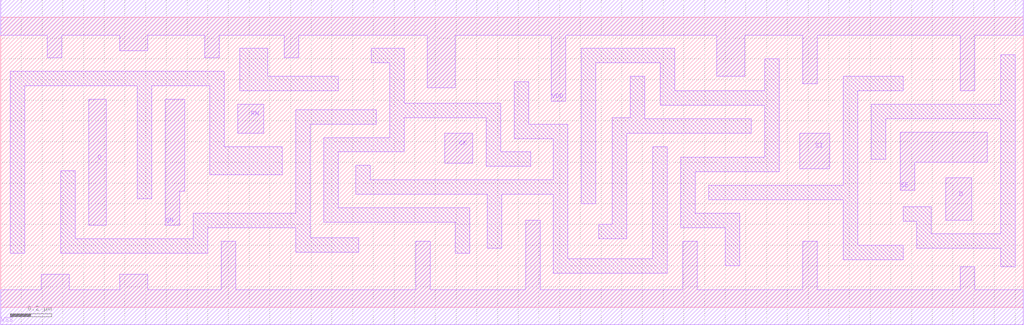
<source format=lef>
# 
# ******************************************************************************
# *                                                                            *
# *                   Copyright (C) 2004-2010, Nangate Inc.                    *
# *                           All rights reserved.                             *
# *                                                                            *
# * Nangate and the Nangate logo are trademarks of Nangate Inc.                *
# *                                                                            *
# * All trademarks, logos, software marks, and trade names (collectively the   *
# * "Marks") in this program are proprietary to Nangate or other respective    *
# * owners that have granted Nangate the right and license to use such Marks.  *
# * You are not permitted to use the Marks without the prior written consent   *
# * of Nangate or such third party that may own the Marks.                     *
# *                                                                            *
# * This file has been provided pursuant to a License Agreement containing     *
# * restrictions on its use. This file contains valuable trade secrets and     *
# * proprietary information of Nangate Inc., and is protected by U.S. and      *
# * international laws and/or treaties.                                        *
# *                                                                            *
# * The copyright notice(s) in this file does not indicate actual or intended  *
# * publication of this file.                                                  *
# *                                                                            *
# *     NGLibraryCreator, v2010.08-HR32-SP3-2010-08-05 - build 1009061800      *
# *                                                                            *
# ******************************************************************************
# 
# 
# Running on brazil06.nangate.com.br for user Giancarlo Franciscatto (gfr).
# Local time is now Fri, 3 Dec 2010, 19:32:18.
# Main process id is 27821.

VERSION 5.6 ;
BUSBITCHARS "[]" ;
DIVIDERCHAR "/" ;

MACRO SDFFR_X2
  CLASS core ;
  FOREIGN SDFFR_X2 0.0 0.0 ;
  ORIGIN 0 0 ;
  SYMMETRY X Y ;
  SITE FreePDK45_38x28_10R_NP_162NW_34O ;
  SIZE 4.94 BY 1.4 ;
  PIN D
    DIRECTION INPUT ;
    ANTENNAPARTIALMETALAREA 0.025625 LAYER metal1 ;
    ANTENNAPARTIALMETALSIDEAREA 0.0858 LAYER metal1 ;
    ANTENNAGATEAREA 0.03475 ;
    PORT
      LAYER metal1 ;
        POLYGON 4.565 0.42 4.69 0.42 4.69 0.625 4.565 0.625  ;
    END
  END D
  PIN RN
    DIRECTION INPUT ;
    ANTENNAPARTIALMETALAREA 0.0175 LAYER metal1 ;
    ANTENNAPARTIALMETALSIDEAREA 0.0689 LAYER metal1 ;
    ANTENNAGATEAREA 0.03525 ;
    PORT
      LAYER metal1 ;
        POLYGON 1.145 0.84 1.27 0.84 1.27 0.98 1.145 0.98  ;
    END
  END RN
  PIN SE
    DIRECTION INPUT ;
    ANTENNAPARTIALMETALAREA 0.07035 LAYER metal1 ;
    ANTENNAPARTIALMETALSIDEAREA 0.182 LAYER metal1 ;
    ANTENNAGATEAREA 0.05775 ;
    PORT
      LAYER metal1 ;
        POLYGON 4.345 0.565 4.415 0.565 4.415 0.7 4.765 0.7 4.765 0.845 4.345 0.845  ;
    END
  END SE
  PIN SI
    DIRECTION INPUT ;
    ANTENNAPARTIALMETALAREA 0.02465 LAYER metal1 ;
    ANTENNAPARTIALMETALSIDEAREA 0.0819 LAYER metal1 ;
    ANTENNAGATEAREA 0.02625 ;
    PORT
      LAYER metal1 ;
        POLYGON 3.86 0.67 4.005 0.67 4.005 0.84 3.86 0.84  ;
    END
  END SI
  PIN CK
    DIRECTION INPUT ;
    ANTENNAPARTIALMETALAREA 0.019575 LAYER metal1 ;
    ANTENNAPARTIALMETALSIDEAREA 0.0728 LAYER metal1 ;
    ANTENNAGATEAREA 0.02625 ;
    PORT
      LAYER metal1 ;
        POLYGON 2.145 0.695 2.28 0.695 2.28 0.84 2.145 0.84  ;
    END
  END CK
  PIN Q
    DIRECTION OUTPUT ;
    ANTENNAPARTIALMETALAREA 0.05185 LAYER metal1 ;
    ANTENNAPARTIALMETALSIDEAREA 0.1807 LAYER metal1 ;
    ANTENNADIFFAREA 0.1463 ;
    PORT
      LAYER metal1 ;
        POLYGON 0.425 0.395 0.51 0.395 0.51 1.005 0.425 1.005  ;
    END
  END Q
  PIN QN
    DIRECTION OUTPUT ;
    ANTENNAPARTIALMETALAREA 0.053825 LAYER metal1 ;
    ANTENNAPARTIALMETALSIDEAREA 0.1833 LAYER metal1 ;
    ANTENNADIFFAREA 0.1463 ;
    PORT
      LAYER metal1 ;
        POLYGON 0.795 0.395 0.865 0.395 0.865 0.56 0.89 0.56 0.89 1.005 0.795 1.005  ;
    END
  END QN
  PIN VDD
    DIRECTION INOUT ;
    USE power ;
    SHAPE ABUTMENT ;
    PORT
      LAYER metal1 ;
        POLYGON 0 1.315 0.225 1.315 0.225 1.205 0.295 1.205 0.295 1.315 0.575 1.315 0.575 1.24 0.71 1.24 0.71 1.315 0.985 1.315 0.985 1.205 1.055 1.205 1.055 1.315 1.37 1.315 1.37 1.205 1.44 1.205 1.44 1.315 1.63 1.315 2.06 1.315 2.06 1.06 2.195 1.06 2.195 1.315 2.66 1.315 2.66 0.995 2.73 0.995 2.73 1.315 3.46 1.315 3.46 1.115 3.595 1.115 3.595 1.315 3.76 1.315 3.875 1.315 3.875 1.08 3.945 1.08 3.945 1.315 4.36 1.315 4.635 1.315 4.635 1.045 4.705 1.045 4.705 1.315 4.9 1.315 4.94 1.315 4.94 1.485 4.9 1.485 4.36 1.485 3.76 1.485 1.63 1.485 0 1.485  ;
    END
  END VDD
  PIN VSS
    DIRECTION INOUT ;
    USE ground ;
    SHAPE ABUTMENT ;
    PORT
      LAYER metal1 ;
        POLYGON 0 -0.085 4.94 -0.085 4.94 0.085 4.705 0.085 4.705 0.195 4.635 0.195 4.635 0.085 3.945 0.085 3.945 0.32 3.875 0.32 3.875 0.085 3.365 0.085 3.365 0.32 3.295 0.32 3.295 0.085 2.605 0.085 2.605 0.42 2.535 0.42 2.535 0.085 2.075 0.085 2.075 0.32 2.005 0.32 2.005 0.085 1.135 0.085 1.135 0.32 1.065 0.32 1.065 0.085 0.71 0.085 0.71 0.16 0.575 0.16 0.575 0.085 0.33 0.085 0.33 0.16 0.195 0.16 0.195 0.085 0 0.085  ;
    END
  END VSS
  OBS
      LAYER metal1 ;
        POLYGON 0.045 0.26 0.115 0.26 0.115 1.07 0.66 1.07 0.66 0.525 0.73 0.525 0.73 1.07 1.01 1.07 1.01 0.64 1.36 0.64 1.36 0.775 1.08 0.775 1.08 1.14 0.045 1.14  ;
        POLYGON 1.155 1.045 1.63 1.045 1.63 1.115 1.29 1.115 1.29 1.25 1.155 1.25  ;
        POLYGON 1.495 0.885 1.815 0.885 1.815 0.955 1.425 0.955 1.425 0.455 0.93 0.455 0.93 0.33 0.36 0.33 0.36 0.66 0.29 0.66 0.29 0.26 1 0.26 1 0.385 1.425 0.385 1.425 0.265 1.73 0.265 1.73 0.335 1.495 0.335  ;
        POLYGON 1.63 0.75 1.95 0.75 1.95 0.915 2.345 0.915 2.345 0.68 2.56 0.68 2.56 0.75 2.415 0.75 2.415 0.985 1.95 0.985 1.95 1.25 1.79 1.25 1.79 1.18 1.88 1.18 1.88 0.82 1.56 0.82 1.56 0.41 2.195 0.41 2.195 0.26 2.265 0.26 2.265 0.48 1.63 0.48  ;
        POLYGON 2.48 0.815 2.67 0.815 2.67 0.615 1.785 0.615 1.785 0.685 1.715 0.685 1.715 0.545 2.35 0.545 2.35 0.285 2.42 0.285 2.42 0.545 2.67 0.545 2.67 0.165 3.22 0.165 3.22 0.775 3.15 0.775 3.15 0.235 2.74 0.235 2.74 0.885 2.55 0.885 2.55 1.09 2.48 1.09  ;
        POLYGON 2.89 0.33 3.025 0.33 3.025 0.84 3.625 0.84 3.625 0.91 3.11 0.91 3.11 1.115 3.04 1.115 3.04 0.915 2.955 0.915 2.955 0.4 2.89 0.4  ;
        POLYGON 2.805 0.5 2.875 0.5 2.875 1.18 3.185 1.18 3.185 0.975 3.69 0.975 3.69 0.725 3.285 0.725 3.285 0.385 3.5 0.385 3.5 0.2 3.57 0.2 3.57 0.455 3.355 0.455 3.355 0.655 3.76 0.655 3.76 1.2 3.69 1.2 3.69 1.045 3.255 1.045 3.255 1.25 2.805 1.25  ;
        POLYGON 4.14 1.045 4.36 1.045 4.36 1.115 4.07 1.115 4.07 0.59 3.42 0.59 3.42 0.52 4.07 0.52 4.07 0.23 4.36 0.23 4.36 0.3 4.14 0.3  ;
        POLYGON 4.205 0.715 4.275 0.715 4.275 0.91 4.83 0.91 4.83 0.355 4.495 0.355 4.495 0.485 4.36 0.485 4.36 0.415 4.425 0.415 4.425 0.285 4.83 0.285 4.83 0.195 4.9 0.195 4.9 1.22 4.83 1.22 4.83 0.98 4.205 0.98  ;
  END
END SDFFR_X2

END LIBRARY
#
# End of file
#

</source>
